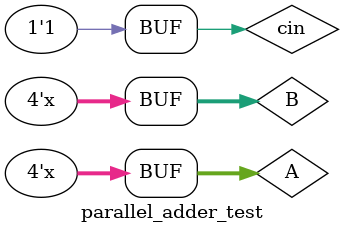
<source format=v>
`timescale 1ns / 1ps


module parallel_adder_test;

	// Inputs
	reg [3:0] A;
	reg [3:0] B;
	reg cin;

	// Outputs
	wire [3:0] s;
	wire cout;

	// Instantiate the Unit Under Test (UUT)
	parallel_adder uut (
		.A(A), 
		.B(B), 
		.cin(cin), 
		.s(s), 
		.cout(cout)
	);

	initial begin
		// Initialize Inputs
		A=4'b0000;
		B=4'b0000;
		cin=1;

		// Wait 100 ns for global reset to finish
		#100;
        
		// Add stimulus here

	end
	always #10 A=A+1;
	always #30 B=B+1;
      
endmodule


</source>
